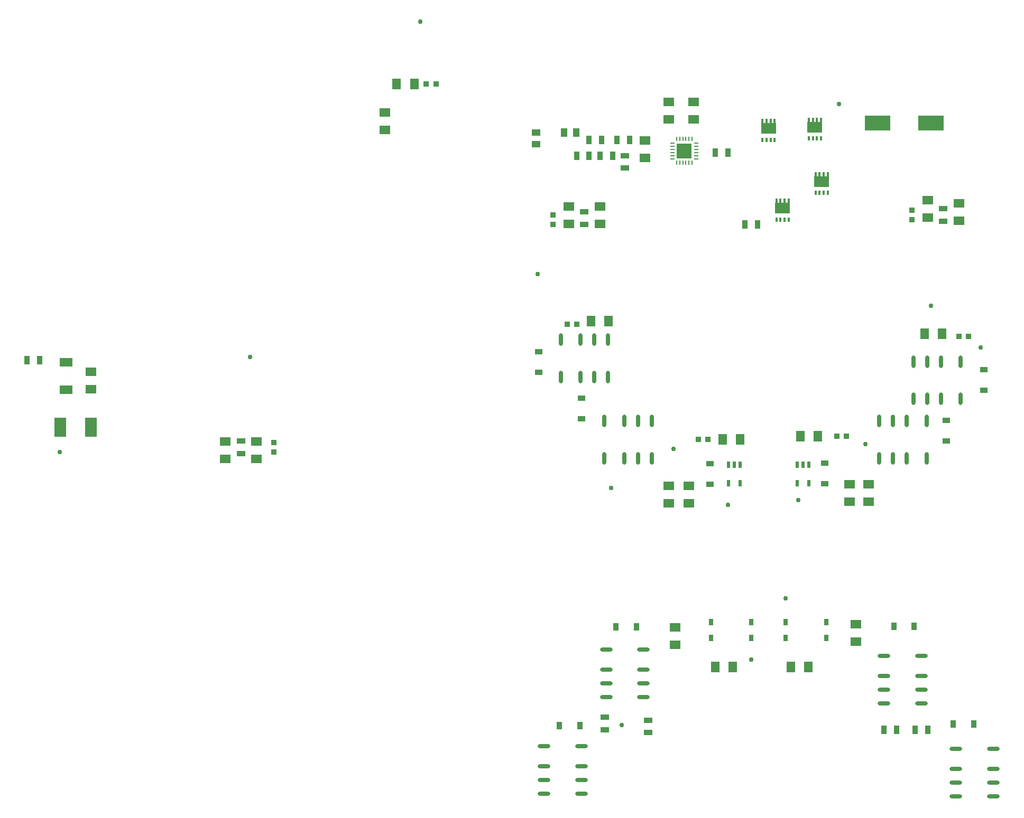
<source format=gtp>
G04*
G04 #@! TF.GenerationSoftware,Altium Limited,Altium Designer,21.6.4 (81)*
G04*
G04 Layer_Color=8421504*
%FSLAX23Y23*%
%MOIN*%
G70*
G04*
G04 #@! TF.SameCoordinates,B6067EDE-423B-4814-945A-A302FF207E3A*
G04*
G04*
G04 #@! TF.FilePolarity,Positive*
G04*
G01*
G75*
%ADD18R,0.048X0.036*%
%ADD19O,0.028X0.079*%
%ADD20R,0.036X0.048*%
%ADD21R,0.077X0.124*%
%ADD22R,0.083X0.055*%
%ADD23R,0.035X0.053*%
%ADD24R,0.093X0.067*%
%ADD25R,0.017X0.028*%
%ADD26R,0.069X0.057*%
%ADD27R,0.053X0.035*%
%ADD28R,0.037X0.035*%
%ADD29C,0.030*%
%ADD30R,0.035X0.037*%
%ADD31R,0.057X0.069*%
%ADD32O,0.079X0.028*%
%ADD33R,0.031X0.039*%
%ADD34R,0.163X0.098*%
%ADD35R,0.010X0.028*%
%ADD36R,0.096X0.096*%
%ADD37R,0.028X0.010*%
%ADD38R,0.041X0.055*%
%ADD39R,0.055X0.041*%
%ADD40R,0.024X0.039*%
D18*
X7992Y2882D02*
D03*
Y2753D02*
D03*
X6988Y2291D02*
D03*
Y2161D02*
D03*
X7756Y2562D02*
D03*
Y2433D02*
D03*
X5185Y2865D02*
D03*
Y2994D02*
D03*
X6264Y2289D02*
D03*
Y2160D02*
D03*
X5453Y2573D02*
D03*
Y2702D02*
D03*
D19*
X7846Y2933D02*
D03*
X7720D02*
D03*
X7634D02*
D03*
X7547D02*
D03*
X7846Y2697D02*
D03*
X7720Y2697D02*
D03*
X7634D02*
D03*
X7547D02*
D03*
X7630Y2559D02*
D03*
X7504D02*
D03*
X7417D02*
D03*
X7331D02*
D03*
X7630Y2323D02*
D03*
X7504Y2323D02*
D03*
X7417D02*
D03*
X7331D02*
D03*
X5898Y2559D02*
D03*
X5811D02*
D03*
X5724D02*
D03*
X5598Y2559D02*
D03*
X5898Y2323D02*
D03*
X5811D02*
D03*
X5724D02*
D03*
X5598D02*
D03*
X5622Y3071D02*
D03*
X5535D02*
D03*
X5449D02*
D03*
X5323Y3071D02*
D03*
X5622Y2835D02*
D03*
X5535D02*
D03*
X5449D02*
D03*
X5323D02*
D03*
D20*
X7927Y646D02*
D03*
X7798D02*
D03*
X7423Y1261D02*
D03*
X7552D02*
D03*
X5443Y634D02*
D03*
X5313D02*
D03*
X5672Y1260D02*
D03*
X5801D02*
D03*
D21*
X2360Y2520D02*
D03*
X2167D02*
D03*
D22*
X2205Y2929D02*
D03*
Y2756D02*
D03*
D23*
X2037Y2943D02*
D03*
X1959D02*
D03*
X7362Y610D02*
D03*
X7441D02*
D03*
X5679Y4331D02*
D03*
X5758D02*
D03*
X5581D02*
D03*
X5502D02*
D03*
X7638Y610D02*
D03*
X7559D02*
D03*
X5571Y4232D02*
D03*
X5650D02*
D03*
X5423D02*
D03*
X5502D02*
D03*
X6486Y3799D02*
D03*
X6565D02*
D03*
X6299Y4252D02*
D03*
X6378D02*
D03*
D24*
X6926Y4412D02*
D03*
X6634Y4405D02*
D03*
X6969Y4070D02*
D03*
X6721Y3901D02*
D03*
D25*
X6939Y4459D02*
D03*
X6965D02*
D03*
X6913D02*
D03*
X6888D02*
D03*
Y4341D02*
D03*
X6913D02*
D03*
X6939D02*
D03*
X6965D02*
D03*
X6647Y4451D02*
D03*
X6672D02*
D03*
X6621D02*
D03*
X6595D02*
D03*
Y4333D02*
D03*
X6621D02*
D03*
X6647D02*
D03*
X6672D02*
D03*
X6981Y4116D02*
D03*
X7007D02*
D03*
X6956D02*
D03*
X6930D02*
D03*
Y3998D02*
D03*
X6956D02*
D03*
X6981D02*
D03*
X7007D02*
D03*
X6734Y3947D02*
D03*
X6760D02*
D03*
X6709D02*
D03*
X6683D02*
D03*
Y3829D02*
D03*
X6709D02*
D03*
X6734D02*
D03*
X6760D02*
D03*
D26*
X7835Y3823D02*
D03*
Y3933D02*
D03*
X7638Y3953D02*
D03*
Y3843D02*
D03*
X7185Y1165D02*
D03*
Y1276D02*
D03*
X6043Y1146D02*
D03*
Y1256D02*
D03*
X5571Y3803D02*
D03*
Y3913D02*
D03*
X5374D02*
D03*
Y3803D02*
D03*
X6161Y4463D02*
D03*
Y4573D02*
D03*
X6004Y4463D02*
D03*
Y4573D02*
D03*
X5856Y4327D02*
D03*
Y4217D02*
D03*
X4213Y4504D02*
D03*
Y4394D02*
D03*
X3406Y2427D02*
D03*
Y2317D02*
D03*
X3209D02*
D03*
Y2427D02*
D03*
X7264Y2157D02*
D03*
Y2047D02*
D03*
X7146D02*
D03*
Y2157D02*
D03*
X6132Y2037D02*
D03*
Y2148D02*
D03*
X6004D02*
D03*
Y2037D02*
D03*
X2362Y2760D02*
D03*
Y2870D02*
D03*
D27*
X7736Y3819D02*
D03*
Y3898D02*
D03*
X5472Y3799D02*
D03*
Y3878D02*
D03*
X3307Y2352D02*
D03*
Y2431D02*
D03*
X5600Y610D02*
D03*
Y689D02*
D03*
X5876Y591D02*
D03*
Y669D02*
D03*
X5728Y4154D02*
D03*
Y4232D02*
D03*
D28*
X7539Y3889D02*
D03*
Y3828D02*
D03*
X5276Y3859D02*
D03*
Y3798D02*
D03*
X3514Y2422D02*
D03*
Y2361D02*
D03*
D29*
X7659Y3284D02*
D03*
X7972Y3022D02*
D03*
X6742Y1437D02*
D03*
X5640Y2136D02*
D03*
X5177Y3484D02*
D03*
X6821Y2057D02*
D03*
X7244Y2411D02*
D03*
X5709Y640D02*
D03*
X6526Y1053D02*
D03*
X6378Y2028D02*
D03*
X3366Y2963D02*
D03*
X4439Y5079D02*
D03*
X2165Y2362D02*
D03*
X7077Y4557D02*
D03*
X6033Y2382D02*
D03*
D30*
X7894Y3091D02*
D03*
X7833D02*
D03*
X7126Y2461D02*
D03*
X7065D02*
D03*
X4476Y4685D02*
D03*
X4537D02*
D03*
X6251Y2441D02*
D03*
X6190D02*
D03*
X5424Y3169D02*
D03*
X5363D02*
D03*
D31*
X7728Y3110D02*
D03*
X7618D02*
D03*
X6945Y2461D02*
D03*
X6835D02*
D03*
X6776Y1004D02*
D03*
X6886D02*
D03*
X6409D02*
D03*
X6299D02*
D03*
X5516Y3189D02*
D03*
X5626D02*
D03*
X4400Y4685D02*
D03*
X4289D02*
D03*
X6453Y2441D02*
D03*
X6343D02*
D03*
D32*
X8051Y189D02*
D03*
Y276D02*
D03*
Y362D02*
D03*
X8051Y488D02*
D03*
X7815Y189D02*
D03*
Y276D02*
D03*
Y362D02*
D03*
Y488D02*
D03*
X5453Y205D02*
D03*
Y291D02*
D03*
Y378D02*
D03*
X5453Y504D02*
D03*
X5217Y205D02*
D03*
Y291D02*
D03*
Y378D02*
D03*
Y504D02*
D03*
X5846Y815D02*
D03*
Y902D02*
D03*
Y988D02*
D03*
X5846Y1114D02*
D03*
X5610Y815D02*
D03*
Y902D02*
D03*
Y988D02*
D03*
Y1114D02*
D03*
X7598Y776D02*
D03*
Y862D02*
D03*
Y949D02*
D03*
X7598Y1075D02*
D03*
X7362Y776D02*
D03*
Y862D02*
D03*
Y949D02*
D03*
Y1075D02*
D03*
D33*
X6998Y1190D02*
D03*
Y1290D02*
D03*
X6742Y1190D02*
D03*
Y1290D02*
D03*
X6270D02*
D03*
Y1190D02*
D03*
X6526Y1290D02*
D03*
Y1190D02*
D03*
D34*
X7322Y4439D02*
D03*
X7658D02*
D03*
D35*
X6112Y4187D02*
D03*
X6152D02*
D03*
X6073D02*
D03*
X6132D02*
D03*
X6093D02*
D03*
X6053D02*
D03*
X6112Y4337D02*
D03*
X6093D02*
D03*
X6053D02*
D03*
X6073D02*
D03*
X6132D02*
D03*
X6152D02*
D03*
D36*
X6102Y4262D02*
D03*
D37*
X6177Y4311D02*
D03*
Y4291D02*
D03*
Y4272D02*
D03*
Y4252D02*
D03*
Y4232D02*
D03*
Y4213D02*
D03*
X6028D02*
D03*
Y4232D02*
D03*
Y4252D02*
D03*
Y4272D02*
D03*
Y4291D02*
D03*
Y4311D02*
D03*
D38*
X5346Y4380D02*
D03*
X5421D02*
D03*
D39*
X5167D02*
D03*
Y4305D02*
D03*
D40*
X6850Y2283D02*
D03*
X6888Y2165D02*
D03*
X6813D02*
D03*
X6888Y2283D02*
D03*
X6813D02*
D03*
X6380D02*
D03*
X6455D02*
D03*
X6380Y2165D02*
D03*
X6455D02*
D03*
X6417Y2283D02*
D03*
M02*

</source>
